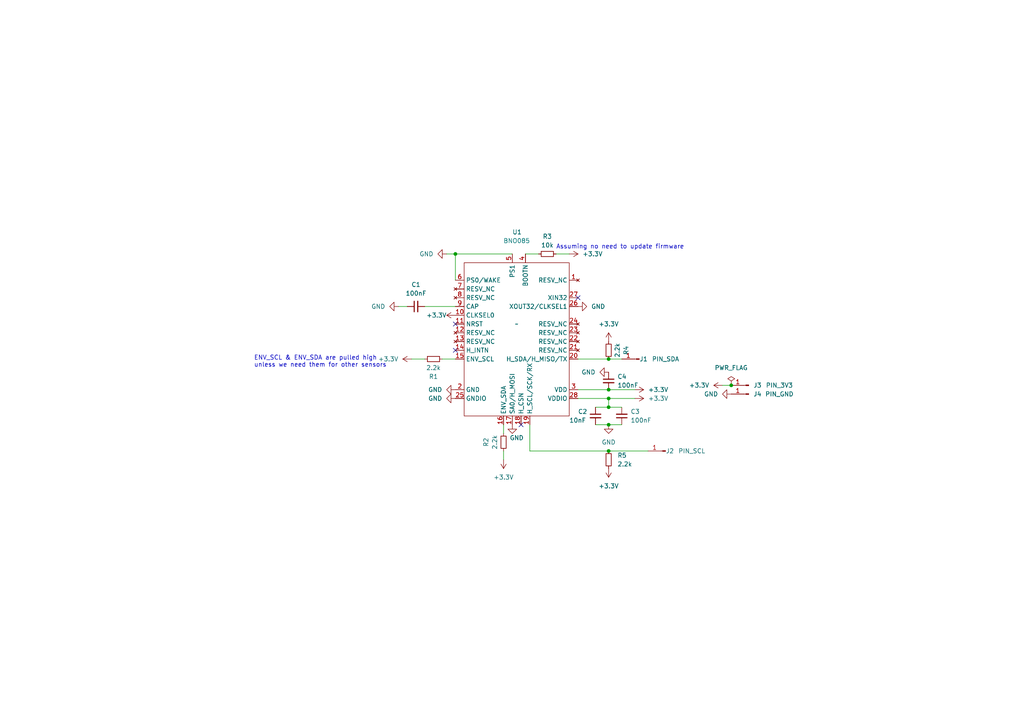
<source format=kicad_sch>
(kicad_sch (version 20230121) (generator eeschema)
  (paper "A4")
  (lib_symbols
    (symbol "BNO08x:BNO085"
      (property "Reference" "U" (at 0 26.67 0))
      (symbol "BNO085_0_1"
        (rectangle (start -15.24 17.78) (end 15.24 -26.67))
      )
      (symbol "BNO085_1_1"
        (text "BNO085" (at 0 24.13 0) (effects (font (size 1.27 1.27))))
        (pin no_connect line (at 17.78 12.7 180) (length 2.54) (name "RESV_NC") (number "1"))
        (pin input line (at -17.78 2.54 0) (length 2.54) (name "CLKSEL0") (number "10"))
        (pin input line (at -17.78 0 0) (length 2.54) (name "NRST") (number "11"))
        (pin no_connect line (at -17.78 -2.54 0) (length 2.54) (name "RESV_NC") (number "12"))
        (pin no_connect line (at -17.78 -5.08 0) (length 2.54) (name "RESV_NC") (number "13"))
        (pin output line (at -17.78 -7.62 0) (length 2.54) (name "H_INTN") (number "14"))
        (pin bidirectional line (at -17.78 -10.16 0) (length 2.54) (name "ENV_SCL") (number "15"))
        (pin bidirectional line (at -3.81 -29.21 90) (length 2.54) (name "ENV_SDA") (number "16"))
        (pin input line (at -1.27 -29.21 90) (length 2.54) (name "SA0/H_MOSI") (number "17"))
        (pin input line (at 1.27 -29.21 90) (length 2.54) (name "H_CSN") (number "18"))
        (pin bidirectional line (at 3.81 -29.21 90) (length 2.54) (name "H_SCL/SCK/RX") (number "19"))
        (pin input line (at -17.78 -19.05 0) (length 2.54) (name "GND") (number "2"))
        (pin bidirectional line (at 17.78 -10.16 180) (length 2.54) (name "H_SDA/H_MISO/TX") (number "20"))
        (pin no_connect line (at 17.78 -7.62 180) (length 2.54) (name "RESV_NC") (number "21"))
        (pin no_connect line (at 17.78 -5.08 180) (length 2.54) (name "RESV_NC") (number "22"))
        (pin no_connect line (at 17.78 -2.54 180) (length 2.54) (name "RESV_NC") (number "23"))
        (pin no_connect line (at 17.78 0 180) (length 2.54) (name "RESV_NC") (number "24"))
        (pin input line (at -17.78 -21.59 0) (length 2.54) (name "GNDIO") (number "25"))
        (pin input line (at 17.78 5.08 180) (length 2.54) (name "XOUT32/CLKSEL1") (number "26"))
        (pin input line (at 17.78 7.62 180) (length 2.54) (name "XIN32") (number "27"))
        (pin power_in line (at 17.78 -21.59 180) (length 2.54) (name "VDDIO") (number "28"))
        (pin power_in line (at 17.78 -19.05 180) (length 2.54) (name "VDD") (number "3"))
        (pin input line (at 2.54 20.32 270) (length 2.54) (name "BOOTN") (number "4"))
        (pin input line (at -1.27 20.32 270) (length 2.54) (name "PS1") (number "5"))
        (pin input line (at -17.78 12.7 0) (length 2.54) (name "PS0/WAKE") (number "6"))
        (pin no_connect line (at -17.78 10.16 0) (length 2.54) (name "RESV_NC") (number "7"))
        (pin no_connect line (at -17.78 7.62 0) (length 2.54) (name "RESV_NC") (number "8"))
        (pin input line (at -17.78 5.08 0) (length 2.54) (name "CAP") (number "9"))
      )
    )
    (symbol "Connector:Conn_01x01_Pin" (pin_names (offset 1.016) hide)
      (property "Reference" "J" (at 0 2.54 0))
      (property "Value" "Conn_01x01_Pin" (at 0 -2.54 0))
      (symbol "Conn_01x01_Pin_1_1"
        (polyline (pts (xy 1.27 0) (xy 0.8636 0)) (stroke (width 0.1524)))
        (rectangle (start 0.8636 0.127) (end 0 -0.127) (stroke (width 0.1524)) (fill (type outline)))
        (pin passive line (at 5.08 0 180) (length 3.81) (name "Pin_1") (number "1"))
      )
    )
    (symbol "Device:C_Small" (pin_numbers hide) (pin_names (offset 0.254) hide)
      (property "Reference" "C" (at 0.254 1.778 0))
      (property "Value" "C_Small" (at 0.254 -2.032 0))
      (symbol "C_Small_0_1"
        (polyline (pts (xy -1.524 -0.508) (xy 1.524 -0.508)) (stroke (width 0.3302)))
        (polyline (pts (xy -1.524 0.508) (xy 1.524 0.508)) (stroke (width 0.3048)))
      )
      (symbol "C_Small_1_1"
        (pin passive line (at 0 2.54 270) (length 2.032) (name "~") (number "1"))
        (pin passive line (at 0 -2.54 90) (length 2.032) (name "~") (number "2"))
      )
    )
    (symbol "Device:R_Small" (pin_numbers hide) (pin_names (offset 0.254) hide)
      (property "Reference" "R" (at 0.762 0.508 0))
      (property "Value" "R_Small" (at 0.762 -1.016 0))
      (symbol "R_Small_0_1"
        (rectangle (start -0.762 1.778) (end 0.762 -1.778) (stroke (width 0.2032)))
      )
      (symbol "R_Small_1_1"
        (pin passive line (at 0 2.54 270) (length 0.762) (name "~") (number "1"))
        (pin passive line (at 0 -2.54 90) (length 0.762) (name "~") (number "2"))
      )
    )
    (symbol "power:+3.3V" (power) (pin_names (offset 0))
      (property "Value" "+3.3V" (at 0 3.556 0))
      (symbol "+3.3V_0_1"
        (polyline (pts (xy -0.762 1.27) (xy 0 2.54)))
        (polyline (pts (xy 0 0) (xy 0 2.54)))
        (polyline (pts (xy 0 2.54) (xy 0.762 1.27)))
      )
      (symbol "+3.3V_1_1"
        (pin power_in line (at 0 0 90) (length 0) hide (name "+3.3V") (number "1"))
      )
    )
    (symbol "power:GND" (power) (pin_names (offset 0))
      (property "Value" "GND" (at 0 -3.81 0))
      (symbol "GND_0_1"
        (polyline (pts (xy 0 0) (xy 0 -1.27) (xy 1.27 -1.27) (xy 0 -2.54) (xy -1.27 -1.27) (xy 0 -1.27)))
      )
      (symbol "GND_1_1"
        (pin power_in line (at 0 0 270) (length 0) hide (name "GND") (number "1"))
      )
    )
    (symbol "power:PWR_FLAG" (power) (pin_numbers hide) (pin_names (offset 0) hide)
      (property "Value" "PWR_FLAG" (at 0 3.81 0))
      (symbol "PWR_FLAG_0_0"
        (pin power_out line (at 0 0 90) (length 0) (name "pwr") (number "1"))
      )
      (symbol "PWR_FLAG_0_1"
        (polyline (pts (xy 0 0) (xy 0 1.27) (xy -1.016 1.905) (xy 0 2.54) (xy 1.016 1.905) (xy 0 1.27)))
      )
    )
  )
  (junction (at 176.53 130.81))
  (junction (at 176.53 115.57))
  (junction (at 176.53 118.11))
  (junction (at 212.09 111.76))
  (junction (at 132.08 73.66))
  (junction (at 176.53 123.19))
  (junction (at 176.53 104.14))
  (junction (at 176.53 113.03))
  (no_connect (at 132.08 93.98))
  (no_connect (at 167.64 86.36))
  (no_connect (at 151.13 123.19))
  (no_connect (at 132.08 101.6))
  (wire (pts (xy 146.05 123.19) (xy 146.05 125.73)))
  (wire (pts (xy 132.08 73.66) (xy 148.59 73.66)))
  (wire (pts (xy 115.57 88.9) (xy 118.11 88.9)))
  (wire (pts (xy 176.53 115.57) (xy 176.53 118.11)))
  (wire (pts (xy 161.29 73.66) (xy 165.1 73.66)))
  (wire (pts (xy 119.38 104.14) (xy 123.19 104.14)))
  (wire (pts (xy 129.54 73.66) (xy 132.08 73.66)))
  (wire (pts (xy 153.67 123.19) (xy 153.67 130.81)))
  (wire (pts (xy 172.72 118.11) (xy 176.53 118.11)))
  (wire (pts (xy 176.53 130.81) (xy 187.96 130.81)))
  (wire (pts (xy 209.55 111.76) (xy 212.09 111.76)))
  (wire (pts (xy 123.19 88.9) (xy 132.08 88.9)))
  (wire (pts (xy 176.53 123.19) (xy 180.34 123.19)))
  (wire (pts (xy 176.53 118.11) (xy 180.34 118.11)))
  (wire (pts (xy 167.64 104.14) (xy 176.53 104.14)))
  (wire (pts (xy 167.64 115.57) (xy 176.53 115.57)))
  (wire (pts (xy 176.53 113.03) (xy 184.15 113.03)))
  (wire (pts (xy 153.67 130.81) (xy 176.53 130.81)))
  (wire (pts (xy 128.27 104.14) (xy 132.08 104.14)))
  (wire (pts (xy 132.08 73.66) (xy 132.08 81.28)))
  (wire (pts (xy 176.53 104.14) (xy 180.34 104.14)))
  (wire (pts (xy 167.64 113.03) (xy 176.53 113.03)))
  (wire (pts (xy 146.05 130.81) (xy 146.05 133.35)))
  (wire (pts (xy 172.72 123.19) (xy 176.53 123.19)))
  (wire (pts (xy 176.53 115.57) (xy 184.15 115.57)))
  (wire (pts (xy 152.4 73.66) (xy 156.21 73.66)))
  (text "Assuming no need to update firmware" (at 161.29 72.39 0) (effects (font (size 1.27 1.27)) (justify left bottom)))
  (text "ENV_SCL & ENV_SDA are pulled high \nunless we need them for other sensors" (at 73.66 106.68 0) (effects (font (size 1.27 1.27)) (justify left bottom)))
  (symbol (lib_id "power:PWR_FLAG") (at 212.09 111.76 0) (unit 1)
    (property "Reference" "#FLG01" (effects hide))
    (property "Value" "PWR_FLAG" (at 212.09 106.68 0))
  )
  (symbol (lib_id "Connector:Conn_01x01_Pin") (at 185.42 104.14 180) (unit 1)
    (property "Reference" "J1" (at 186.69 104.14 0))
    (property "Value" "PIN_SDA" (at 193.04 104.14 0))
    (property "Footprint" "Connector_PinHeader_1.00mm:PinHeader_1x01_P1.00mm_Vertical" (effects hide))
  )
  (symbol (lib_id "Device:R_Small") (at 158.75 73.66 90) (unit 1)
    (property "Reference" "R3" (at 158.75 68.58 90))
    (property "Value" "10k" (at 158.75 71.12 90))
    (property "Footprint" "Resistor_SMD:R_0402_1005Metric" (effects hide))
  )
  (symbol (lib_id "Device:R_Small") (at 125.73 104.14 90) (unit 1)
    (property "Reference" "R1" (at 125.73 109.22 90))
    (property "Value" "2.2k" (at 125.73 106.68 90))
    (property "Footprint" "Resistor_SMD:R_0402_1005Metric" (effects hide))
  )
  (symbol (lib_id "power:GND") (at 148.59 123.19 0) (unit 1)
    (property "Reference" "#PWR07" (effects hide))
    (property "Value" "GND" (at 149.86 127 0))
    (instances (project "bno085-i2c-board-v5" (path "" (reference "#PWR07") (unit 1))) (project "bno085-i2c-board-v3" (path "" (reference "#PWR07") (unit 1))) (project "bno085-i2c-board-v2" (path "" (reference "#PWR011") (unit 1))) (project "bno085-i2c-board" (path "" (reference "#PWR011") (unit 1))) (project "bno085-i2c-board-v4" (path "" (reference "#PWR07") (unit 1))))
  )
  (symbol (lib_id "Device:C_Small") (at 176.53 110.49 0) (unit 1)
    (property "Reference" "C4" (at 179.07 109.2263 0) (effects (justify left)))
    (property "Value" "100nF" (at 179.07 111.7663 0) (effects (justify left)))
    (property "Footprint" "Capacitor_SMD:C_0402_1005Metric" (effects hide))
  )
  (symbol (lib_id "Connector:Conn_01x01_Pin") (at 193.04 130.81 180) (unit 1)
    (property "Reference" "J2" (at 194.31 130.81 0))
    (property "Value" "PIN_SCL" (at 200.66 130.81 0))
    (property "Footprint" "Connector_PinHeader_1.00mm:PinHeader_1x01_P1.00mm_Vertical" (effects hide))
  )
  (symbol (lib_id "power:GND") (at 132.08 115.57 270) (unit 1)
    (property "Reference" "#PWR017" (effects hide))
    (property "Value" "GND" (at 128.27 115.57 90) (effects (justify right)))
  )
  (symbol (lib_id "power:+3.3V") (at 146.05 133.35 180) (unit 1)
    (property "Reference" "#PWR06" (effects hide))
    (property "Value" "+3.3V" (at 146.05 138.43 0))
    (instances (project "bno085-i2c-board-v5" (path "" (reference "#PWR06") (unit 1))) (project "bno085-i2c-board-v3" (path "" (reference "#PWR06") (unit 1))) (project "bno085-i2c-board-v2" (path "" (reference "#PWR09") (unit 1))) (project "bno085-i2c-board" (path "" (reference "#PWR09") (unit 1))) (project "bno085-i2c-board-v4" (path "" (reference "#PWR06") (unit 1))))
  )
  (symbol (lib_id "power:GND") (at 212.09 114.3 270) (unit 1)
    (property "Reference" "#PWR012" (effects hide))
    (property "Value" "GND" (at 208.28 114.3 90) (effects (justify right)))
    (instances (project "bno085-i2c-board-v5" (path "" (reference "#PWR012") (unit 1))) (project "bno085-i2c-board-v3" (path "" (reference "#PWR012") (unit 1))) (project "bno085-i2c-board-v2" (path "" (reference "#PWR010") (unit 1))) (project "bno085-i2c-board" (path "" (reference "#PWR010") (unit 1))) (project "bno085-i2c-board-v4" (path "" (reference "#PWR012") (unit 1))))
  )
  (symbol (lib_id "Device:R_Small") (at 176.53 133.35 0) (unit 1)
    (property "Reference" "R5" (at 179.07 132.08 0) (effects (justify left)))
    (property "Value" "2.2k" (at 179.07 134.62 0) (effects (justify left)))
    (property "Footprint" "Resistor_SMD:R_0402_1005Metric" (effects hide))
  )
  (symbol (lib_id "power:+3.3V") (at 176.53 135.89 180) (unit 1)
    (property "Reference" "#PWR014" (effects hide))
    (property "Value" "+3.3V" (at 176.53 140.97 0))
  )
  (symbol (lib_id "BNO08x:BNO085") (at 149.86 93.98 0) (unit 1)
    (property "Reference" "U1" (at 148.59 67.31 0) (effects (justify left)))
    (property "Value" "~" (at 149.86 93.98 0))
    (property "Footprint" "Package_LGA:LGA-28_5.2x3.8mm_P0.5mm" (effects hide))
  )
  (symbol (lib_id "power:GND") (at 176.53 107.95 270) (unit 1)
    (property "Reference" "#PWR018" (effects hide))
    (property "Value" "GND" (at 172.72 107.95 90) (effects (justify right)))
  )
  (symbol (lib_id "Device:C_Small") (at 172.72 120.65 0) (unit 1)
    (property "Reference" "C2" (at 167.64 119.38 0) (effects (justify left)))
    (property "Value" "10nF" (at 165.1 121.92 0) (effects (justify left)))
    (property "Footprint" "Capacitor_SMD:C_0402_1005Metric" (effects hide))
  )
  (symbol (lib_id "power:GND") (at 132.08 113.03 270) (unit 1)
    (property "Reference" "#PWR04" (effects hide))
    (property "Value" "GND" (at 128.27 113.03 90) (effects (justify right)))
  )
  (symbol (lib_id "power:GND") (at 167.64 88.9 90) (unit 1)
    (property "Reference" "#PWR09" (effects hide))
    (property "Value" "GND" (at 171.45 88.9 90) (effects (justify right)))
    (instances (project "bno085-i2c-board-v5" (path "" (reference "#PWR09") (unit 1))) (project "bno085-i2c-board-v3" (path "" (reference "#PWR09") (unit 1))) (project "bno085-i2c-board-v2" (path "" (reference "#PWR04") (unit 1))) (project "bno085-i2c-board" (path "" (reference "#PWR04") (unit 1))) (project "bno085-i2c-board-v4" (path "" (reference "#PWR09") (unit 1))))
  )
  (symbol (lib_id "Device:C_Small") (at 120.65 88.9 90) (unit 1)
    (property "Reference" "C1" (at 120.6563 82.55 90))
    (property "Value" "100nF" (at 120.6563 85.09 90))
    (property "Footprint" "Capacitor_SMD:C_0402_1005Metric" (effects hide))
  )
  (symbol (lib_id "power:+3.3V") (at 119.38 104.14 90) (unit 1)
    (property "Reference" "#PWR02" (effects hide))
    (property "Value" "+3.3V" (at 115.57 104.14 90) (effects (justify left)))
    (instances (project "bno085-i2c-board-v5" (path "" (reference "#PWR02") (unit 1))) (project "bno085-i2c-board-v3" (path "" (reference "#PWR02") (unit 1))) (project "bno085-i2c-board-v2" (path "" (reference "#PWR08") (unit 1))) (project "bno085-i2c-board" (path "" (reference "#PWR08") (unit 1))) (project "bno085-i2c-board-v4" (path "" (reference "#PWR02") (unit 1))))
  )
  (symbol (lib_id "Device:C_Small") (at 180.34 120.65 180) (unit 1)
    (property "Reference" "C3" (at 182.88 119.3736 0) (effects (justify right)))
    (property "Value" "100nF" (at 182.88 121.9136 0) (effects (justify right)))
    (property "Footprint" "Capacitor_SMD:C_0402_1005Metric" (effects hide))
  )
  (symbol (lib_id "Connector:Conn_01x01_Pin") (at 217.17 114.3 180) (unit 1)
    (property "Reference" "J4" (at 219.71 114.3 0))
    (property "Value" "PIN_GND" (at 226.06 114.3 0))
    (property "Footprint" "Connector_PinHeader_1.00mm:PinHeader_1x01_P1.00mm_Vertical" (effects hide))
  )
  (symbol (lib_id "power:+3.3V") (at 165.1 73.66 270) (unit 1)
    (property "Reference" "#PWR08" (effects hide))
    (property "Value" "+3.3V" (at 168.91 73.66 90) (effects (justify left)))
    (instances (project "bno085-i2c-board-v5" (path "" (reference "#PWR08") (unit 1))) (project "bno085-i2c-board-v3" (path "" (reference "#PWR08") (unit 1))) (project "bno085-i2c-board-v2" (path "" (reference "#PWR07") (unit 1))) (project "bno085-i2c-board" (path "" (reference "#PWR07") (unit 1))) (project "bno085-i2c-board-v4" (path "" (reference "#PWR08") (unit 1))))
  )
  (symbol (lib_id "power:+3.3V") (at 184.15 115.57 270) (unit 1)
    (property "Reference" "#PWR010" (effects hide))
    (property "Value" "+3.3V" (at 187.96 115.57 90) (effects (justify left)))
    (instances (project "bno085-i2c-board-v5" (path "" (reference "#PWR010") (unit 1))) (project "bno085-i2c-board-v3" (path "" (reference "#PWR010") (unit 1))) (project "bno085-i2c-board-v2" (path "" (reference "#PWR01") (unit 1))) (project "bno085-i2c-board" (path "" (reference "#PWR01") (unit 1))) (project "bno085-i2c-board-v4" (path "" (reference "#PWR010") (unit 1))))
  )
  (symbol (lib_id "power:+3.3V") (at 132.08 91.44 90) (unit 1)
    (property "Reference" "#PWR05" (effects hide))
    (property "Value" "+3.3V" (at 129.54 91.44 90) (effects (justify left)))
    (instances (project "bno085-i2c-board-v5" (path "" (reference "#PWR05") (unit 1))) (project "bno085-i2c-board-v3" (path "" (reference "#PWR05") (unit 1))) (project "bno085-i2c-board-v2" (path "" (reference "#PWR03") (unit 1))) (project "bno085-i2c-board" (path "" (reference "#PWR03") (unit 1))) (project "bno085-i2c-board-v4" (path "" (reference "#PWR05") (unit 1))))
  )
  (symbol (lib_id "power:+3.3V") (at 209.55 111.76 90) (unit 1)
    (property "Reference" "#PWR011" (effects hide))
    (property "Value" "+3.3V" (at 205.74 111.76 90) (effects (justify left)))
    (instances (project "bno085-i2c-board-v5" (path "" (reference "#PWR011") (unit 1))) (project "bno085-i2c-board-v3" (path "" (reference "#PWR011") (unit 1))) (project "bno085-i2c-board-v2" (path "" (reference "#PWR012") (unit 1))) (project "bno085-i2c-board" (path "" (reference "#PWR012") (unit 1))) (project "bno085-i2c-board-v4" (path "" (reference "#PWR011") (unit 1))))
  )
  (symbol (lib_id "power:+3.3V") (at 184.15 113.03 270) (unit 1)
    (property "Reference" "#PWR016" (effects hide))
    (property "Value" "+3.3V" (at 187.96 113.03 90) (effects (justify left)))
  )
  (symbol (lib_id "Device:R_Small") (at 176.53 101.6 0) (unit 1)
    (property "Reference" "R4" (at 181.61 101.6 90))
    (property "Value" "2.2k" (at 179.07 101.6 90))
    (property "Footprint" "Resistor_SMD:R_0402_1005Metric" (effects hide))
  )
  (symbol (lib_id "power:+3.3V") (at 176.53 99.06 0) (unit 1)
    (property "Reference" "#PWR013" (effects hide))
    (property "Value" "+3.3V" (at 176.53 93.98 0))
  )
  (symbol (lib_id "power:GND") (at 115.57 88.9 270) (unit 1)
    (property "Reference" "#PWR01" (effects hide))
    (property "Value" "GND" (at 111.76 88.9 90) (effects (justify right)))
    (instances (project "bno085-i2c-board-v5" (path "" (reference "#PWR01") (unit 1))) (project "bno085-i2c-board-v3" (path "" (reference "#PWR01") (unit 1))) (project "bno085-i2c-board-v2" (path "" (reference "#PWR05") (unit 1))) (project "bno085-i2c-board" (path "" (reference "#PWR05") (unit 1))) (project "bno085-i2c-board-v4" (path "" (reference "#PWR01") (unit 1))))
  )
  (symbol (lib_id "Device:R_Small") (at 146.05 128.27 0) (unit 1)
    (property "Reference" "R2" (at 140.97 128.27 90))
    (property "Value" "2.2k" (at 143.51 128.27 90))
    (property "Footprint" "Resistor_SMD:R_0402_1005Metric" (effects hide))
  )
  (symbol (lib_id "power:GND") (at 176.53 123.19 0) (unit 1)
    (property "Reference" "#PWR015" (effects hide))
    (property "Value" "GND" (at 176.53 128.27 0))
  )
  (symbol (lib_id "Connector:Conn_01x01_Pin") (at 217.17 111.76 180) (unit 1)
    (property "Reference" "J3" (at 219.71 111.76 0))
    (property "Value" "PIN_3V3" (at 226.06 111.76 0))
    (property "Footprint" "Connector_PinHeader_1.00mm:PinHeader_1x01_P1.00mm_Vertical" (effects hide))
  )
  (symbol (lib_id "power:GND") (at 129.54 73.66 270) (unit 1)
    (property "Reference" "#PWR03" (effects hide))
    (property "Value" "GND" (at 125.73 73.66 90) (effects (justify right)))
    (instances (project "bno085-i2c-board-v5" (path "" (reference "#PWR03") (unit 1))) (project "bno085-i2c-board-v3" (path "" (reference "#PWR03") (unit 1))) (project "bno085-i2c-board-v2" (path "" (reference "#PWR06") (unit 1))) (project "bno085-i2c-board" (path "" (reference "#PWR06") (unit 1))) (project "bno085-i2c-board-v4" (path "" (reference "#PWR03") (unit 1))))
  )
)
</source>
